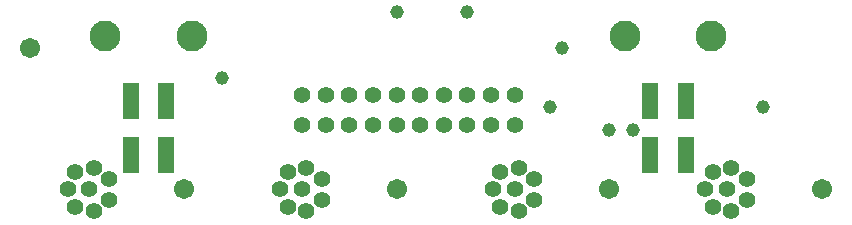
<source format=gbs>
G75*
G70*
%OFA0B0*%
%FSLAX24Y24*%
%IPPOS*%
%LPD*%
%AMOC8*
5,1,8,0,0,1.08239X$1,22.5*
%
%ADD10C,0.0552*%
%ADD11C,0.0671*%
%ADD12R,0.0580X0.1230*%
%ADD13C,0.1030*%
%ADD14C,0.0456*%
D10*
X023681Y002286D03*
X024291Y002128D03*
X024803Y002502D03*
X024154Y002857D03*
X023425Y002857D03*
X023681Y003428D03*
X024291Y003585D03*
X024803Y003211D03*
X030512Y002857D03*
X030768Y003428D03*
X031378Y003585D03*
X031890Y003211D03*
X031240Y002857D03*
X031890Y002502D03*
X031378Y002128D03*
X030768Y002286D03*
X031240Y005022D03*
X032028Y005022D03*
X032815Y005022D03*
X033603Y005022D03*
X034390Y005022D03*
X035177Y005022D03*
X035965Y005022D03*
X036752Y005022D03*
X037540Y005022D03*
X038327Y005022D03*
X038327Y006006D03*
X037540Y006006D03*
X036752Y006006D03*
X035965Y006006D03*
X035177Y006006D03*
X034390Y006006D03*
X033603Y006006D03*
X032815Y006006D03*
X032028Y006006D03*
X031240Y006006D03*
X037599Y002857D03*
X038327Y002857D03*
X038977Y003211D03*
X038465Y003585D03*
X037854Y003428D03*
X038977Y002502D03*
X038465Y002128D03*
X037854Y002286D03*
X044685Y002857D03*
X045414Y002857D03*
X046063Y003211D03*
X045551Y003585D03*
X044941Y003428D03*
X046063Y002502D03*
X045551Y002128D03*
X044941Y002286D03*
D11*
X022185Y007581D03*
X027303Y002857D03*
X034390Y002857D03*
X041477Y002857D03*
X048563Y002857D03*
D12*
X044036Y003998D03*
X042854Y003998D03*
X042854Y005821D03*
X044036Y005821D03*
X026713Y005821D03*
X025532Y005821D03*
X025532Y003998D03*
X026713Y003998D03*
D13*
X027559Y007975D03*
X024685Y007975D03*
X042008Y007975D03*
X044882Y007975D03*
D14*
X046595Y005613D03*
X042264Y004825D03*
X041477Y004825D03*
X039508Y005613D03*
X039902Y007581D03*
X036752Y008762D03*
X034390Y008762D03*
X028563Y006557D03*
M02*

</source>
